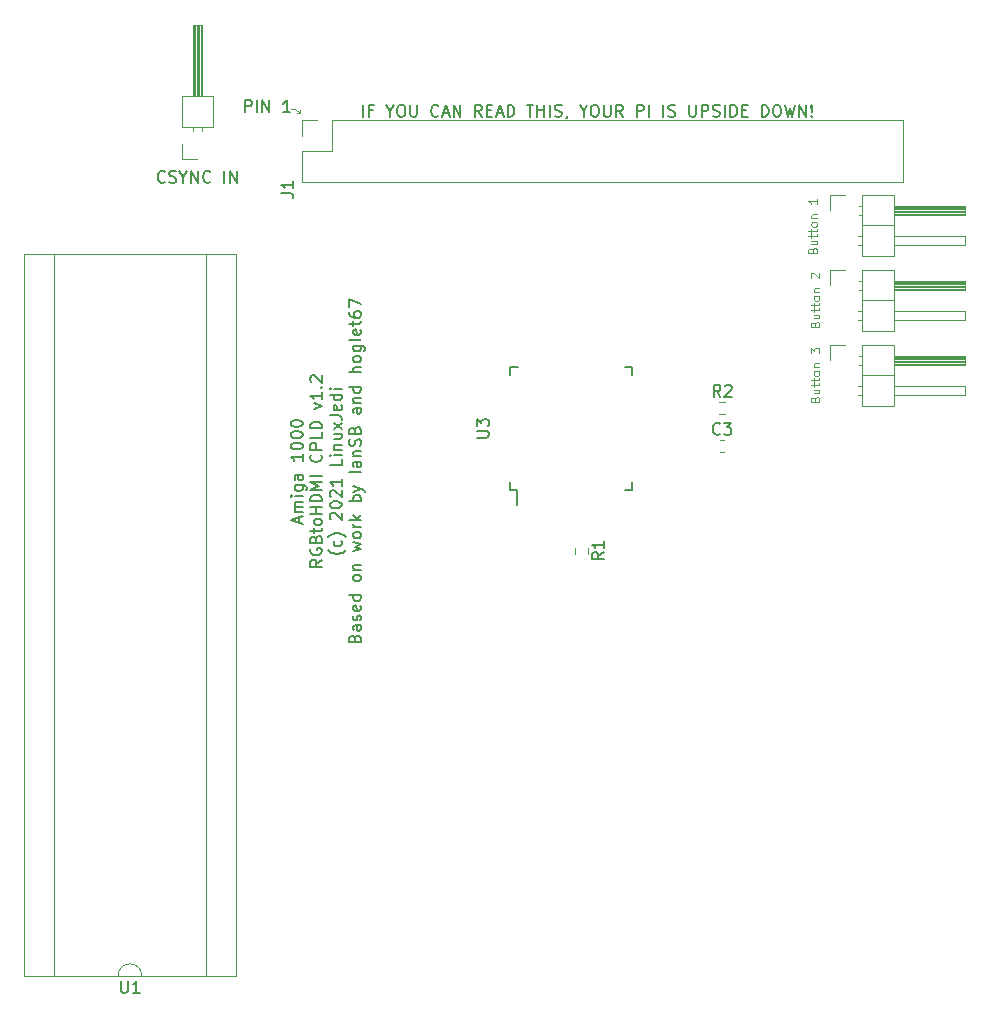
<source format=gbr>
%TF.GenerationSoftware,KiCad,Pcbnew,5.1.10-1.fc34*%
%TF.CreationDate,2021-06-03T08:00:43+01:00*%
%TF.ProjectId,A1000,41313030-302e-46b6-9963-61645f706362,rev?*%
%TF.SameCoordinates,Original*%
%TF.FileFunction,Legend,Top*%
%TF.FilePolarity,Positive*%
%FSLAX46Y46*%
G04 Gerber Fmt 4.6, Leading zero omitted, Abs format (unit mm)*
G04 Created by KiCad (PCBNEW 5.1.10-1.fc34) date 2021-06-03 08:00:43*
%MOMM*%
%LPD*%
G01*
G04 APERTURE LIST*
%ADD10C,0.150000*%
%ADD11C,0.120000*%
%ADD12C,0.100000*%
G04 APERTURE END LIST*
D10*
X99364000Y-57094380D02*
X99364000Y-56094380D01*
X100173523Y-56570571D02*
X99840190Y-56570571D01*
X99840190Y-57094380D02*
X99840190Y-56094380D01*
X100316380Y-56094380D01*
X101649714Y-56618190D02*
X101649714Y-57094380D01*
X101316380Y-56094380D02*
X101649714Y-56618190D01*
X101983047Y-56094380D01*
X102506857Y-56094380D02*
X102697333Y-56094380D01*
X102792571Y-56142000D01*
X102887809Y-56237238D01*
X102935428Y-56427714D01*
X102935428Y-56761047D01*
X102887809Y-56951523D01*
X102792571Y-57046761D01*
X102697333Y-57094380D01*
X102506857Y-57094380D01*
X102411619Y-57046761D01*
X102316380Y-56951523D01*
X102268761Y-56761047D01*
X102268761Y-56427714D01*
X102316380Y-56237238D01*
X102411619Y-56142000D01*
X102506857Y-56094380D01*
X103364000Y-56094380D02*
X103364000Y-56903904D01*
X103411619Y-56999142D01*
X103459238Y-57046761D01*
X103554476Y-57094380D01*
X103744952Y-57094380D01*
X103840190Y-57046761D01*
X103887809Y-56999142D01*
X103935428Y-56903904D01*
X103935428Y-56094380D01*
X105744952Y-56999142D02*
X105697333Y-57046761D01*
X105554476Y-57094380D01*
X105459238Y-57094380D01*
X105316380Y-57046761D01*
X105221142Y-56951523D01*
X105173523Y-56856285D01*
X105125904Y-56665809D01*
X105125904Y-56522952D01*
X105173523Y-56332476D01*
X105221142Y-56237238D01*
X105316380Y-56142000D01*
X105459238Y-56094380D01*
X105554476Y-56094380D01*
X105697333Y-56142000D01*
X105744952Y-56189619D01*
X106125904Y-56808666D02*
X106602095Y-56808666D01*
X106030666Y-57094380D02*
X106364000Y-56094380D01*
X106697333Y-57094380D01*
X107030666Y-57094380D02*
X107030666Y-56094380D01*
X107602095Y-57094380D01*
X107602095Y-56094380D01*
X109411619Y-57094380D02*
X109078285Y-56618190D01*
X108840190Y-57094380D02*
X108840190Y-56094380D01*
X109221142Y-56094380D01*
X109316380Y-56142000D01*
X109364000Y-56189619D01*
X109411619Y-56284857D01*
X109411619Y-56427714D01*
X109364000Y-56522952D01*
X109316380Y-56570571D01*
X109221142Y-56618190D01*
X108840190Y-56618190D01*
X109840190Y-56570571D02*
X110173523Y-56570571D01*
X110316380Y-57094380D02*
X109840190Y-57094380D01*
X109840190Y-56094380D01*
X110316380Y-56094380D01*
X110697333Y-56808666D02*
X111173523Y-56808666D01*
X110602095Y-57094380D02*
X110935428Y-56094380D01*
X111268761Y-57094380D01*
X111602095Y-57094380D02*
X111602095Y-56094380D01*
X111840190Y-56094380D01*
X111983047Y-56142000D01*
X112078285Y-56237238D01*
X112125904Y-56332476D01*
X112173523Y-56522952D01*
X112173523Y-56665809D01*
X112125904Y-56856285D01*
X112078285Y-56951523D01*
X111983047Y-57046761D01*
X111840190Y-57094380D01*
X111602095Y-57094380D01*
X113221142Y-56094380D02*
X113792571Y-56094380D01*
X113506857Y-57094380D02*
X113506857Y-56094380D01*
X114125904Y-57094380D02*
X114125904Y-56094380D01*
X114125904Y-56570571D02*
X114697333Y-56570571D01*
X114697333Y-57094380D02*
X114697333Y-56094380D01*
X115173523Y-57094380D02*
X115173523Y-56094380D01*
X115602095Y-57046761D02*
X115744952Y-57094380D01*
X115983047Y-57094380D01*
X116078285Y-57046761D01*
X116125904Y-56999142D01*
X116173523Y-56903904D01*
X116173523Y-56808666D01*
X116125904Y-56713428D01*
X116078285Y-56665809D01*
X115983047Y-56618190D01*
X115792571Y-56570571D01*
X115697333Y-56522952D01*
X115649714Y-56475333D01*
X115602095Y-56380095D01*
X115602095Y-56284857D01*
X115649714Y-56189619D01*
X115697333Y-56142000D01*
X115792571Y-56094380D01*
X116030666Y-56094380D01*
X116173523Y-56142000D01*
X116649714Y-57046761D02*
X116649714Y-57094380D01*
X116602095Y-57189619D01*
X116554476Y-57237238D01*
X118030666Y-56618190D02*
X118030666Y-57094380D01*
X117697333Y-56094380D02*
X118030666Y-56618190D01*
X118364000Y-56094380D01*
X118887809Y-56094380D02*
X119078285Y-56094380D01*
X119173523Y-56142000D01*
X119268761Y-56237238D01*
X119316380Y-56427714D01*
X119316380Y-56761047D01*
X119268761Y-56951523D01*
X119173523Y-57046761D01*
X119078285Y-57094380D01*
X118887809Y-57094380D01*
X118792571Y-57046761D01*
X118697333Y-56951523D01*
X118649714Y-56761047D01*
X118649714Y-56427714D01*
X118697333Y-56237238D01*
X118792571Y-56142000D01*
X118887809Y-56094380D01*
X119744952Y-56094380D02*
X119744952Y-56903904D01*
X119792571Y-56999142D01*
X119840190Y-57046761D01*
X119935428Y-57094380D01*
X120125904Y-57094380D01*
X120221142Y-57046761D01*
X120268761Y-56999142D01*
X120316380Y-56903904D01*
X120316380Y-56094380D01*
X121364000Y-57094380D02*
X121030666Y-56618190D01*
X120792571Y-57094380D02*
X120792571Y-56094380D01*
X121173523Y-56094380D01*
X121268761Y-56142000D01*
X121316380Y-56189619D01*
X121364000Y-56284857D01*
X121364000Y-56427714D01*
X121316380Y-56522952D01*
X121268761Y-56570571D01*
X121173523Y-56618190D01*
X120792571Y-56618190D01*
X122554476Y-57094380D02*
X122554476Y-56094380D01*
X122935428Y-56094380D01*
X123030666Y-56142000D01*
X123078285Y-56189619D01*
X123125904Y-56284857D01*
X123125904Y-56427714D01*
X123078285Y-56522952D01*
X123030666Y-56570571D01*
X122935428Y-56618190D01*
X122554476Y-56618190D01*
X123554476Y-57094380D02*
X123554476Y-56094380D01*
X124792571Y-57094380D02*
X124792571Y-56094380D01*
X125221142Y-57046761D02*
X125364000Y-57094380D01*
X125602095Y-57094380D01*
X125697333Y-57046761D01*
X125744952Y-56999142D01*
X125792571Y-56903904D01*
X125792571Y-56808666D01*
X125744952Y-56713428D01*
X125697333Y-56665809D01*
X125602095Y-56618190D01*
X125411619Y-56570571D01*
X125316380Y-56522952D01*
X125268761Y-56475333D01*
X125221142Y-56380095D01*
X125221142Y-56284857D01*
X125268761Y-56189619D01*
X125316380Y-56142000D01*
X125411619Y-56094380D01*
X125649714Y-56094380D01*
X125792571Y-56142000D01*
X126983047Y-56094380D02*
X126983047Y-56903904D01*
X127030666Y-56999142D01*
X127078285Y-57046761D01*
X127173523Y-57094380D01*
X127364000Y-57094380D01*
X127459238Y-57046761D01*
X127506857Y-56999142D01*
X127554476Y-56903904D01*
X127554476Y-56094380D01*
X128030666Y-57094380D02*
X128030666Y-56094380D01*
X128411619Y-56094380D01*
X128506857Y-56142000D01*
X128554476Y-56189619D01*
X128602095Y-56284857D01*
X128602095Y-56427714D01*
X128554476Y-56522952D01*
X128506857Y-56570571D01*
X128411619Y-56618190D01*
X128030666Y-56618190D01*
X128983047Y-57046761D02*
X129125904Y-57094380D01*
X129364000Y-57094380D01*
X129459238Y-57046761D01*
X129506857Y-56999142D01*
X129554476Y-56903904D01*
X129554476Y-56808666D01*
X129506857Y-56713428D01*
X129459238Y-56665809D01*
X129364000Y-56618190D01*
X129173523Y-56570571D01*
X129078285Y-56522952D01*
X129030666Y-56475333D01*
X128983047Y-56380095D01*
X128983047Y-56284857D01*
X129030666Y-56189619D01*
X129078285Y-56142000D01*
X129173523Y-56094380D01*
X129411619Y-56094380D01*
X129554476Y-56142000D01*
X129983047Y-57094380D02*
X129983047Y-56094380D01*
X130459238Y-57094380D02*
X130459238Y-56094380D01*
X130697333Y-56094380D01*
X130840190Y-56142000D01*
X130935428Y-56237238D01*
X130983047Y-56332476D01*
X131030666Y-56522952D01*
X131030666Y-56665809D01*
X130983047Y-56856285D01*
X130935428Y-56951523D01*
X130840190Y-57046761D01*
X130697333Y-57094380D01*
X130459238Y-57094380D01*
X131459238Y-56570571D02*
X131792571Y-56570571D01*
X131935428Y-57094380D02*
X131459238Y-57094380D01*
X131459238Y-56094380D01*
X131935428Y-56094380D01*
X133125904Y-57094380D02*
X133125904Y-56094380D01*
X133364000Y-56094380D01*
X133506857Y-56142000D01*
X133602095Y-56237238D01*
X133649714Y-56332476D01*
X133697333Y-56522952D01*
X133697333Y-56665809D01*
X133649714Y-56856285D01*
X133602095Y-56951523D01*
X133506857Y-57046761D01*
X133364000Y-57094380D01*
X133125904Y-57094380D01*
X134316380Y-56094380D02*
X134506857Y-56094380D01*
X134602095Y-56142000D01*
X134697333Y-56237238D01*
X134744952Y-56427714D01*
X134744952Y-56761047D01*
X134697333Y-56951523D01*
X134602095Y-57046761D01*
X134506857Y-57094380D01*
X134316380Y-57094380D01*
X134221142Y-57046761D01*
X134125904Y-56951523D01*
X134078285Y-56761047D01*
X134078285Y-56427714D01*
X134125904Y-56237238D01*
X134221142Y-56142000D01*
X134316380Y-56094380D01*
X135078285Y-56094380D02*
X135316380Y-57094380D01*
X135506857Y-56380095D01*
X135697333Y-57094380D01*
X135935428Y-56094380D01*
X136316380Y-57094380D02*
X136316380Y-56094380D01*
X136887809Y-57094380D01*
X136887809Y-56094380D01*
X137364000Y-56999142D02*
X137411619Y-57046761D01*
X137364000Y-57094380D01*
X137316380Y-57046761D01*
X137364000Y-56999142D01*
X137364000Y-57094380D01*
X137364000Y-56713428D02*
X137316380Y-56142000D01*
X137364000Y-56094380D01*
X137411619Y-56142000D01*
X137364000Y-56713428D01*
X137364000Y-56094380D01*
X93957666Y-91455333D02*
X93957666Y-90979142D01*
X94243380Y-91550571D02*
X93243380Y-91217238D01*
X94243380Y-90883904D01*
X94243380Y-90550571D02*
X93576714Y-90550571D01*
X93671952Y-90550571D02*
X93624333Y-90502952D01*
X93576714Y-90407714D01*
X93576714Y-90264857D01*
X93624333Y-90169619D01*
X93719571Y-90122000D01*
X94243380Y-90122000D01*
X93719571Y-90122000D02*
X93624333Y-90074380D01*
X93576714Y-89979142D01*
X93576714Y-89836285D01*
X93624333Y-89741047D01*
X93719571Y-89693428D01*
X94243380Y-89693428D01*
X94243380Y-89217238D02*
X93576714Y-89217238D01*
X93243380Y-89217238D02*
X93291000Y-89264857D01*
X93338619Y-89217238D01*
X93291000Y-89169619D01*
X93243380Y-89217238D01*
X93338619Y-89217238D01*
X93576714Y-88312476D02*
X94386238Y-88312476D01*
X94481476Y-88360095D01*
X94529095Y-88407714D01*
X94576714Y-88502952D01*
X94576714Y-88645809D01*
X94529095Y-88741047D01*
X94195761Y-88312476D02*
X94243380Y-88407714D01*
X94243380Y-88598190D01*
X94195761Y-88693428D01*
X94148142Y-88741047D01*
X94052904Y-88788666D01*
X93767190Y-88788666D01*
X93671952Y-88741047D01*
X93624333Y-88693428D01*
X93576714Y-88598190D01*
X93576714Y-88407714D01*
X93624333Y-88312476D01*
X94243380Y-87407714D02*
X93719571Y-87407714D01*
X93624333Y-87455333D01*
X93576714Y-87550571D01*
X93576714Y-87741047D01*
X93624333Y-87836285D01*
X94195761Y-87407714D02*
X94243380Y-87502952D01*
X94243380Y-87741047D01*
X94195761Y-87836285D01*
X94100523Y-87883904D01*
X94005285Y-87883904D01*
X93910047Y-87836285D01*
X93862428Y-87741047D01*
X93862428Y-87502952D01*
X93814809Y-87407714D01*
X94243380Y-85645809D02*
X94243380Y-86217238D01*
X94243380Y-85931523D02*
X93243380Y-85931523D01*
X93386238Y-86026761D01*
X93481476Y-86122000D01*
X93529095Y-86217238D01*
X93243380Y-85026761D02*
X93243380Y-84931523D01*
X93291000Y-84836285D01*
X93338619Y-84788666D01*
X93433857Y-84741047D01*
X93624333Y-84693428D01*
X93862428Y-84693428D01*
X94052904Y-84741047D01*
X94148142Y-84788666D01*
X94195761Y-84836285D01*
X94243380Y-84931523D01*
X94243380Y-85026761D01*
X94195761Y-85122000D01*
X94148142Y-85169619D01*
X94052904Y-85217238D01*
X93862428Y-85264857D01*
X93624333Y-85264857D01*
X93433857Y-85217238D01*
X93338619Y-85169619D01*
X93291000Y-85122000D01*
X93243380Y-85026761D01*
X93243380Y-84074380D02*
X93243380Y-83979142D01*
X93291000Y-83883904D01*
X93338619Y-83836285D01*
X93433857Y-83788666D01*
X93624333Y-83741047D01*
X93862428Y-83741047D01*
X94052904Y-83788666D01*
X94148142Y-83836285D01*
X94195761Y-83883904D01*
X94243380Y-83979142D01*
X94243380Y-84074380D01*
X94195761Y-84169619D01*
X94148142Y-84217238D01*
X94052904Y-84264857D01*
X93862428Y-84312476D01*
X93624333Y-84312476D01*
X93433857Y-84264857D01*
X93338619Y-84217238D01*
X93291000Y-84169619D01*
X93243380Y-84074380D01*
X93243380Y-83122000D02*
X93243380Y-83026761D01*
X93291000Y-82931523D01*
X93338619Y-82883904D01*
X93433857Y-82836285D01*
X93624333Y-82788666D01*
X93862428Y-82788666D01*
X94052904Y-82836285D01*
X94148142Y-82883904D01*
X94195761Y-82931523D01*
X94243380Y-83026761D01*
X94243380Y-83122000D01*
X94195761Y-83217238D01*
X94148142Y-83264857D01*
X94052904Y-83312476D01*
X93862428Y-83360095D01*
X93624333Y-83360095D01*
X93433857Y-83312476D01*
X93338619Y-83264857D01*
X93291000Y-83217238D01*
X93243380Y-83122000D01*
X95893380Y-94622000D02*
X95417190Y-94955333D01*
X95893380Y-95193428D02*
X94893380Y-95193428D01*
X94893380Y-94812476D01*
X94941000Y-94717238D01*
X94988619Y-94669619D01*
X95083857Y-94622000D01*
X95226714Y-94622000D01*
X95321952Y-94669619D01*
X95369571Y-94717238D01*
X95417190Y-94812476D01*
X95417190Y-95193428D01*
X94941000Y-93669619D02*
X94893380Y-93764857D01*
X94893380Y-93907714D01*
X94941000Y-94050571D01*
X95036238Y-94145809D01*
X95131476Y-94193428D01*
X95321952Y-94241047D01*
X95464809Y-94241047D01*
X95655285Y-94193428D01*
X95750523Y-94145809D01*
X95845761Y-94050571D01*
X95893380Y-93907714D01*
X95893380Y-93812476D01*
X95845761Y-93669619D01*
X95798142Y-93622000D01*
X95464809Y-93622000D01*
X95464809Y-93812476D01*
X95369571Y-92860095D02*
X95417190Y-92717238D01*
X95464809Y-92669619D01*
X95560047Y-92622000D01*
X95702904Y-92622000D01*
X95798142Y-92669619D01*
X95845761Y-92717238D01*
X95893380Y-92812476D01*
X95893380Y-93193428D01*
X94893380Y-93193428D01*
X94893380Y-92860095D01*
X94941000Y-92764857D01*
X94988619Y-92717238D01*
X95083857Y-92669619D01*
X95179095Y-92669619D01*
X95274333Y-92717238D01*
X95321952Y-92764857D01*
X95369571Y-92860095D01*
X95369571Y-93193428D01*
X95226714Y-92336285D02*
X95226714Y-91955333D01*
X94893380Y-92193428D02*
X95750523Y-92193428D01*
X95845761Y-92145809D01*
X95893380Y-92050571D01*
X95893380Y-91955333D01*
X95893380Y-91479142D02*
X95845761Y-91574380D01*
X95798142Y-91622000D01*
X95702904Y-91669619D01*
X95417190Y-91669619D01*
X95321952Y-91622000D01*
X95274333Y-91574380D01*
X95226714Y-91479142D01*
X95226714Y-91336285D01*
X95274333Y-91241047D01*
X95321952Y-91193428D01*
X95417190Y-91145809D01*
X95702904Y-91145809D01*
X95798142Y-91193428D01*
X95845761Y-91241047D01*
X95893380Y-91336285D01*
X95893380Y-91479142D01*
X95893380Y-90717238D02*
X94893380Y-90717238D01*
X95369571Y-90717238D02*
X95369571Y-90145809D01*
X95893380Y-90145809D02*
X94893380Y-90145809D01*
X95893380Y-89669619D02*
X94893380Y-89669619D01*
X94893380Y-89431523D01*
X94941000Y-89288666D01*
X95036238Y-89193428D01*
X95131476Y-89145809D01*
X95321952Y-89098190D01*
X95464809Y-89098190D01*
X95655285Y-89145809D01*
X95750523Y-89193428D01*
X95845761Y-89288666D01*
X95893380Y-89431523D01*
X95893380Y-89669619D01*
X95893380Y-88669619D02*
X94893380Y-88669619D01*
X95607666Y-88336285D01*
X94893380Y-88002952D01*
X95893380Y-88002952D01*
X95893380Y-87526761D02*
X94893380Y-87526761D01*
X95798142Y-85717238D02*
X95845761Y-85764857D01*
X95893380Y-85907714D01*
X95893380Y-86002952D01*
X95845761Y-86145809D01*
X95750523Y-86241047D01*
X95655285Y-86288666D01*
X95464809Y-86336285D01*
X95321952Y-86336285D01*
X95131476Y-86288666D01*
X95036238Y-86241047D01*
X94941000Y-86145809D01*
X94893380Y-86002952D01*
X94893380Y-85907714D01*
X94941000Y-85764857D01*
X94988619Y-85717238D01*
X95893380Y-85288666D02*
X94893380Y-85288666D01*
X94893380Y-84907714D01*
X94941000Y-84812476D01*
X94988619Y-84764857D01*
X95083857Y-84717238D01*
X95226714Y-84717238D01*
X95321952Y-84764857D01*
X95369571Y-84812476D01*
X95417190Y-84907714D01*
X95417190Y-85288666D01*
X95893380Y-83812476D02*
X95893380Y-84288666D01*
X94893380Y-84288666D01*
X95893380Y-83479142D02*
X94893380Y-83479142D01*
X94893380Y-83241047D01*
X94941000Y-83098190D01*
X95036238Y-83002952D01*
X95131476Y-82955333D01*
X95321952Y-82907714D01*
X95464809Y-82907714D01*
X95655285Y-82955333D01*
X95750523Y-83002952D01*
X95845761Y-83098190D01*
X95893380Y-83241047D01*
X95893380Y-83479142D01*
X95226714Y-81812476D02*
X95893380Y-81574380D01*
X95226714Y-81336285D01*
X95893380Y-80431523D02*
X95893380Y-81002952D01*
X95893380Y-80717238D02*
X94893380Y-80717238D01*
X95036238Y-80812476D01*
X95131476Y-80907714D01*
X95179095Y-81002952D01*
X95798142Y-80002952D02*
X95845761Y-79955333D01*
X95893380Y-80002952D01*
X95845761Y-80050571D01*
X95798142Y-80002952D01*
X95893380Y-80002952D01*
X94988619Y-79574380D02*
X94941000Y-79526761D01*
X94893380Y-79431523D01*
X94893380Y-79193428D01*
X94941000Y-79098190D01*
X94988619Y-79050571D01*
X95083857Y-79002952D01*
X95179095Y-79002952D01*
X95321952Y-79050571D01*
X95893380Y-79622000D01*
X95893380Y-79002952D01*
X97924333Y-93812476D02*
X97876714Y-93860095D01*
X97733857Y-93955333D01*
X97638619Y-94002952D01*
X97495761Y-94050571D01*
X97257666Y-94098190D01*
X97067190Y-94098190D01*
X96829095Y-94050571D01*
X96686238Y-94002952D01*
X96591000Y-93955333D01*
X96448142Y-93860095D01*
X96400523Y-93812476D01*
X97495761Y-93002952D02*
X97543380Y-93098190D01*
X97543380Y-93288666D01*
X97495761Y-93383904D01*
X97448142Y-93431523D01*
X97352904Y-93479142D01*
X97067190Y-93479142D01*
X96971952Y-93431523D01*
X96924333Y-93383904D01*
X96876714Y-93288666D01*
X96876714Y-93098190D01*
X96924333Y-93002952D01*
X97924333Y-92669619D02*
X97876714Y-92622000D01*
X97733857Y-92526761D01*
X97638619Y-92479142D01*
X97495761Y-92431523D01*
X97257666Y-92383904D01*
X97067190Y-92383904D01*
X96829095Y-92431523D01*
X96686238Y-92479142D01*
X96591000Y-92526761D01*
X96448142Y-92622000D01*
X96400523Y-92669619D01*
X96638619Y-91193428D02*
X96591000Y-91145809D01*
X96543380Y-91050571D01*
X96543380Y-90812476D01*
X96591000Y-90717238D01*
X96638619Y-90669619D01*
X96733857Y-90622000D01*
X96829095Y-90622000D01*
X96971952Y-90669619D01*
X97543380Y-91241047D01*
X97543380Y-90622000D01*
X96543380Y-90002952D02*
X96543380Y-89907714D01*
X96591000Y-89812476D01*
X96638619Y-89764857D01*
X96733857Y-89717238D01*
X96924333Y-89669619D01*
X97162428Y-89669619D01*
X97352904Y-89717238D01*
X97448142Y-89764857D01*
X97495761Y-89812476D01*
X97543380Y-89907714D01*
X97543380Y-90002952D01*
X97495761Y-90098190D01*
X97448142Y-90145809D01*
X97352904Y-90193428D01*
X97162428Y-90241047D01*
X96924333Y-90241047D01*
X96733857Y-90193428D01*
X96638619Y-90145809D01*
X96591000Y-90098190D01*
X96543380Y-90002952D01*
X96638619Y-89288666D02*
X96591000Y-89241047D01*
X96543380Y-89145809D01*
X96543380Y-88907714D01*
X96591000Y-88812476D01*
X96638619Y-88764857D01*
X96733857Y-88717238D01*
X96829095Y-88717238D01*
X96971952Y-88764857D01*
X97543380Y-89336285D01*
X97543380Y-88717238D01*
X97543380Y-87764857D02*
X97543380Y-88336285D01*
X97543380Y-88050571D02*
X96543380Y-88050571D01*
X96686238Y-88145809D01*
X96781476Y-88241047D01*
X96829095Y-88336285D01*
X97543380Y-86098190D02*
X97543380Y-86574380D01*
X96543380Y-86574380D01*
X97543380Y-85764857D02*
X96876714Y-85764857D01*
X96543380Y-85764857D02*
X96591000Y-85812476D01*
X96638619Y-85764857D01*
X96591000Y-85717238D01*
X96543380Y-85764857D01*
X96638619Y-85764857D01*
X96876714Y-85288666D02*
X97543380Y-85288666D01*
X96971952Y-85288666D02*
X96924333Y-85241047D01*
X96876714Y-85145809D01*
X96876714Y-85002952D01*
X96924333Y-84907714D01*
X97019571Y-84860095D01*
X97543380Y-84860095D01*
X96876714Y-83955333D02*
X97543380Y-83955333D01*
X96876714Y-84383904D02*
X97400523Y-84383904D01*
X97495761Y-84336285D01*
X97543380Y-84241047D01*
X97543380Y-84098190D01*
X97495761Y-84002952D01*
X97448142Y-83955333D01*
X97543380Y-83574380D02*
X96876714Y-83050571D01*
X96876714Y-83574380D02*
X97543380Y-83050571D01*
X96543380Y-82383904D02*
X97257666Y-82383904D01*
X97400523Y-82431523D01*
X97495761Y-82526761D01*
X97543380Y-82669619D01*
X97543380Y-82764857D01*
X97495761Y-81526761D02*
X97543380Y-81622000D01*
X97543380Y-81812476D01*
X97495761Y-81907714D01*
X97400523Y-81955333D01*
X97019571Y-81955333D01*
X96924333Y-81907714D01*
X96876714Y-81812476D01*
X96876714Y-81622000D01*
X96924333Y-81526761D01*
X97019571Y-81479142D01*
X97114809Y-81479142D01*
X97210047Y-81955333D01*
X97543380Y-80622000D02*
X96543380Y-80622000D01*
X97495761Y-80622000D02*
X97543380Y-80717238D01*
X97543380Y-80907714D01*
X97495761Y-81002952D01*
X97448142Y-81050571D01*
X97352904Y-81098190D01*
X97067190Y-81098190D01*
X96971952Y-81050571D01*
X96924333Y-81002952D01*
X96876714Y-80907714D01*
X96876714Y-80717238D01*
X96924333Y-80622000D01*
X97543380Y-80145809D02*
X96876714Y-80145809D01*
X96543380Y-80145809D02*
X96591000Y-80193428D01*
X96638619Y-80145809D01*
X96591000Y-80098190D01*
X96543380Y-80145809D01*
X96638619Y-80145809D01*
X98669571Y-101264857D02*
X98717190Y-101122000D01*
X98764809Y-101074380D01*
X98860047Y-101026761D01*
X99002904Y-101026761D01*
X99098142Y-101074380D01*
X99145761Y-101122000D01*
X99193380Y-101217238D01*
X99193380Y-101598190D01*
X98193380Y-101598190D01*
X98193380Y-101264857D01*
X98241000Y-101169619D01*
X98288619Y-101122000D01*
X98383857Y-101074380D01*
X98479095Y-101074380D01*
X98574333Y-101122000D01*
X98621952Y-101169619D01*
X98669571Y-101264857D01*
X98669571Y-101598190D01*
X99193380Y-100169619D02*
X98669571Y-100169619D01*
X98574333Y-100217238D01*
X98526714Y-100312476D01*
X98526714Y-100502952D01*
X98574333Y-100598190D01*
X99145761Y-100169619D02*
X99193380Y-100264857D01*
X99193380Y-100502952D01*
X99145761Y-100598190D01*
X99050523Y-100645809D01*
X98955285Y-100645809D01*
X98860047Y-100598190D01*
X98812428Y-100502952D01*
X98812428Y-100264857D01*
X98764809Y-100169619D01*
X99145761Y-99741047D02*
X99193380Y-99645809D01*
X99193380Y-99455333D01*
X99145761Y-99360095D01*
X99050523Y-99312476D01*
X99002904Y-99312476D01*
X98907666Y-99360095D01*
X98860047Y-99455333D01*
X98860047Y-99598190D01*
X98812428Y-99693428D01*
X98717190Y-99741047D01*
X98669571Y-99741047D01*
X98574333Y-99693428D01*
X98526714Y-99598190D01*
X98526714Y-99455333D01*
X98574333Y-99360095D01*
X99145761Y-98502952D02*
X99193380Y-98598190D01*
X99193380Y-98788666D01*
X99145761Y-98883904D01*
X99050523Y-98931523D01*
X98669571Y-98931523D01*
X98574333Y-98883904D01*
X98526714Y-98788666D01*
X98526714Y-98598190D01*
X98574333Y-98502952D01*
X98669571Y-98455333D01*
X98764809Y-98455333D01*
X98860047Y-98931523D01*
X99193380Y-97598190D02*
X98193380Y-97598190D01*
X99145761Y-97598190D02*
X99193380Y-97693428D01*
X99193380Y-97883904D01*
X99145761Y-97979142D01*
X99098142Y-98026761D01*
X99002904Y-98074380D01*
X98717190Y-98074380D01*
X98621952Y-98026761D01*
X98574333Y-97979142D01*
X98526714Y-97883904D01*
X98526714Y-97693428D01*
X98574333Y-97598190D01*
X99193380Y-96217238D02*
X99145761Y-96312476D01*
X99098142Y-96360095D01*
X99002904Y-96407714D01*
X98717190Y-96407714D01*
X98621952Y-96360095D01*
X98574333Y-96312476D01*
X98526714Y-96217238D01*
X98526714Y-96074380D01*
X98574333Y-95979142D01*
X98621952Y-95931523D01*
X98717190Y-95883904D01*
X99002904Y-95883904D01*
X99098142Y-95931523D01*
X99145761Y-95979142D01*
X99193380Y-96074380D01*
X99193380Y-96217238D01*
X98526714Y-95455333D02*
X99193380Y-95455333D01*
X98621952Y-95455333D02*
X98574333Y-95407714D01*
X98526714Y-95312476D01*
X98526714Y-95169619D01*
X98574333Y-95074380D01*
X98669571Y-95026761D01*
X99193380Y-95026761D01*
X98526714Y-93883904D02*
X99193380Y-93693428D01*
X98717190Y-93502952D01*
X99193380Y-93312476D01*
X98526714Y-93122000D01*
X99193380Y-92598190D02*
X99145761Y-92693428D01*
X99098142Y-92741047D01*
X99002904Y-92788666D01*
X98717190Y-92788666D01*
X98621952Y-92741047D01*
X98574333Y-92693428D01*
X98526714Y-92598190D01*
X98526714Y-92455333D01*
X98574333Y-92360095D01*
X98621952Y-92312476D01*
X98717190Y-92264857D01*
X99002904Y-92264857D01*
X99098142Y-92312476D01*
X99145761Y-92360095D01*
X99193380Y-92455333D01*
X99193380Y-92598190D01*
X99193380Y-91836285D02*
X98526714Y-91836285D01*
X98717190Y-91836285D02*
X98621952Y-91788666D01*
X98574333Y-91741047D01*
X98526714Y-91645809D01*
X98526714Y-91550571D01*
X99193380Y-91217238D02*
X98193380Y-91217238D01*
X98812428Y-91122000D02*
X99193380Y-90836285D01*
X98526714Y-90836285D02*
X98907666Y-91217238D01*
X99193380Y-89645809D02*
X98193380Y-89645809D01*
X98574333Y-89645809D02*
X98526714Y-89550571D01*
X98526714Y-89360095D01*
X98574333Y-89264857D01*
X98621952Y-89217238D01*
X98717190Y-89169619D01*
X99002904Y-89169619D01*
X99098142Y-89217238D01*
X99145761Y-89264857D01*
X99193380Y-89360095D01*
X99193380Y-89550571D01*
X99145761Y-89645809D01*
X98526714Y-88836285D02*
X99193380Y-88598190D01*
X98526714Y-88360095D02*
X99193380Y-88598190D01*
X99431476Y-88693428D01*
X99479095Y-88741047D01*
X99526714Y-88836285D01*
X99193380Y-87217238D02*
X98193380Y-87217238D01*
X99193380Y-86312476D02*
X98669571Y-86312476D01*
X98574333Y-86360095D01*
X98526714Y-86455333D01*
X98526714Y-86645809D01*
X98574333Y-86741047D01*
X99145761Y-86312476D02*
X99193380Y-86407714D01*
X99193380Y-86645809D01*
X99145761Y-86741047D01*
X99050523Y-86788666D01*
X98955285Y-86788666D01*
X98860047Y-86741047D01*
X98812428Y-86645809D01*
X98812428Y-86407714D01*
X98764809Y-86312476D01*
X98526714Y-85836285D02*
X99193380Y-85836285D01*
X98621952Y-85836285D02*
X98574333Y-85788666D01*
X98526714Y-85693428D01*
X98526714Y-85550571D01*
X98574333Y-85455333D01*
X98669571Y-85407714D01*
X99193380Y-85407714D01*
X99145761Y-84979142D02*
X99193380Y-84836285D01*
X99193380Y-84598190D01*
X99145761Y-84502952D01*
X99098142Y-84455333D01*
X99002904Y-84407714D01*
X98907666Y-84407714D01*
X98812428Y-84455333D01*
X98764809Y-84502952D01*
X98717190Y-84598190D01*
X98669571Y-84788666D01*
X98621952Y-84883904D01*
X98574333Y-84931523D01*
X98479095Y-84979142D01*
X98383857Y-84979142D01*
X98288619Y-84931523D01*
X98241000Y-84883904D01*
X98193380Y-84788666D01*
X98193380Y-84550571D01*
X98241000Y-84407714D01*
X98669571Y-83645809D02*
X98717190Y-83502952D01*
X98764809Y-83455333D01*
X98860047Y-83407714D01*
X99002904Y-83407714D01*
X99098142Y-83455333D01*
X99145761Y-83502952D01*
X99193380Y-83598190D01*
X99193380Y-83979142D01*
X98193380Y-83979142D01*
X98193380Y-83645809D01*
X98241000Y-83550571D01*
X98288619Y-83502952D01*
X98383857Y-83455333D01*
X98479095Y-83455333D01*
X98574333Y-83502952D01*
X98621952Y-83550571D01*
X98669571Y-83645809D01*
X98669571Y-83979142D01*
X99193380Y-81788666D02*
X98669571Y-81788666D01*
X98574333Y-81836285D01*
X98526714Y-81931523D01*
X98526714Y-82122000D01*
X98574333Y-82217238D01*
X99145761Y-81788666D02*
X99193380Y-81883904D01*
X99193380Y-82122000D01*
X99145761Y-82217238D01*
X99050523Y-82264857D01*
X98955285Y-82264857D01*
X98860047Y-82217238D01*
X98812428Y-82122000D01*
X98812428Y-81883904D01*
X98764809Y-81788666D01*
X98526714Y-81312476D02*
X99193380Y-81312476D01*
X98621952Y-81312476D02*
X98574333Y-81264857D01*
X98526714Y-81169619D01*
X98526714Y-81026761D01*
X98574333Y-80931523D01*
X98669571Y-80883904D01*
X99193380Y-80883904D01*
X99193380Y-79979142D02*
X98193380Y-79979142D01*
X99145761Y-79979142D02*
X99193380Y-80074380D01*
X99193380Y-80264857D01*
X99145761Y-80360095D01*
X99098142Y-80407714D01*
X99002904Y-80455333D01*
X98717190Y-80455333D01*
X98621952Y-80407714D01*
X98574333Y-80360095D01*
X98526714Y-80264857D01*
X98526714Y-80074380D01*
X98574333Y-79979142D01*
X99193380Y-78741047D02*
X98193380Y-78741047D01*
X99193380Y-78312476D02*
X98669571Y-78312476D01*
X98574333Y-78360095D01*
X98526714Y-78455333D01*
X98526714Y-78598190D01*
X98574333Y-78693428D01*
X98621952Y-78741047D01*
X99193380Y-77693428D02*
X99145761Y-77788666D01*
X99098142Y-77836285D01*
X99002904Y-77883904D01*
X98717190Y-77883904D01*
X98621952Y-77836285D01*
X98574333Y-77788666D01*
X98526714Y-77693428D01*
X98526714Y-77550571D01*
X98574333Y-77455333D01*
X98621952Y-77407714D01*
X98717190Y-77360095D01*
X99002904Y-77360095D01*
X99098142Y-77407714D01*
X99145761Y-77455333D01*
X99193380Y-77550571D01*
X99193380Y-77693428D01*
X98526714Y-76502952D02*
X99336238Y-76502952D01*
X99431476Y-76550571D01*
X99479095Y-76598190D01*
X99526714Y-76693428D01*
X99526714Y-76836285D01*
X99479095Y-76931523D01*
X99145761Y-76502952D02*
X99193380Y-76598190D01*
X99193380Y-76788666D01*
X99145761Y-76883904D01*
X99098142Y-76931523D01*
X99002904Y-76979142D01*
X98717190Y-76979142D01*
X98621952Y-76931523D01*
X98574333Y-76883904D01*
X98526714Y-76788666D01*
X98526714Y-76598190D01*
X98574333Y-76502952D01*
X99193380Y-75883904D02*
X99145761Y-75979142D01*
X99050523Y-76026761D01*
X98193380Y-76026761D01*
X99145761Y-75122000D02*
X99193380Y-75217238D01*
X99193380Y-75407714D01*
X99145761Y-75502952D01*
X99050523Y-75550571D01*
X98669571Y-75550571D01*
X98574333Y-75502952D01*
X98526714Y-75407714D01*
X98526714Y-75217238D01*
X98574333Y-75122000D01*
X98669571Y-75074380D01*
X98764809Y-75074380D01*
X98860047Y-75550571D01*
X98526714Y-74788666D02*
X98526714Y-74407714D01*
X98193380Y-74645809D02*
X99050523Y-74645809D01*
X99145761Y-74598190D01*
X99193380Y-74502952D01*
X99193380Y-74407714D01*
X98193380Y-73645809D02*
X98193380Y-73836285D01*
X98241000Y-73931523D01*
X98288619Y-73979142D01*
X98431476Y-74074380D01*
X98621952Y-74122000D01*
X99002904Y-74122000D01*
X99098142Y-74074380D01*
X99145761Y-74026761D01*
X99193380Y-73931523D01*
X99193380Y-73741047D01*
X99145761Y-73645809D01*
X99098142Y-73598190D01*
X99002904Y-73550571D01*
X98764809Y-73550571D01*
X98669571Y-73598190D01*
X98621952Y-73645809D01*
X98574333Y-73741047D01*
X98574333Y-73931523D01*
X98621952Y-74026761D01*
X98669571Y-74074380D01*
X98764809Y-74122000D01*
X98193380Y-73217238D02*
X98193380Y-72550571D01*
X99193380Y-72979142D01*
D11*
X94000000Y-56750000D02*
X93750000Y-56750000D01*
X94000000Y-56750000D02*
X94000000Y-56500000D01*
X93250000Y-56439340D02*
G75*
G02*
X94000000Y-56750000I0J-1060660D01*
G01*
D10*
X89369047Y-56702380D02*
X89369047Y-55702380D01*
X89750000Y-55702380D01*
X89845238Y-55750000D01*
X89892857Y-55797619D01*
X89940476Y-55892857D01*
X89940476Y-56035714D01*
X89892857Y-56130952D01*
X89845238Y-56178571D01*
X89750000Y-56226190D01*
X89369047Y-56226190D01*
X90369047Y-56702380D02*
X90369047Y-55702380D01*
X90845238Y-56702380D02*
X90845238Y-55702380D01*
X91416666Y-56702380D01*
X91416666Y-55702380D01*
X93178571Y-56702380D02*
X92607142Y-56702380D01*
X92892857Y-56702380D02*
X92892857Y-55702380D01*
X92797619Y-55845238D01*
X92702380Y-55940476D01*
X92607142Y-55988095D01*
D11*
%TO.C,R1*%
X117333500Y-93574776D02*
X117333500Y-94084224D01*
X118378500Y-93574776D02*
X118378500Y-94084224D01*
%TO.C,JP3*%
X138938000Y-76454000D02*
X140208000Y-76454000D01*
X138938000Y-77724000D02*
X138938000Y-76454000D01*
X141250929Y-80644000D02*
X141648000Y-80644000D01*
X141250929Y-79884000D02*
X141648000Y-79884000D01*
X150308000Y-80644000D02*
X144308000Y-80644000D01*
X150308000Y-79884000D02*
X150308000Y-80644000D01*
X144308000Y-79884000D02*
X150308000Y-79884000D01*
X141648000Y-78994000D02*
X144308000Y-78994000D01*
X141318000Y-78104000D02*
X141648000Y-78104000D01*
X141318000Y-77344000D02*
X141648000Y-77344000D01*
X144308000Y-78004000D02*
X150308000Y-78004000D01*
X144308000Y-77884000D02*
X150308000Y-77884000D01*
X144308000Y-77764000D02*
X150308000Y-77764000D01*
X144308000Y-77644000D02*
X150308000Y-77644000D01*
X144308000Y-77524000D02*
X150308000Y-77524000D01*
X144308000Y-77404000D02*
X150308000Y-77404000D01*
X150308000Y-78104000D02*
X144308000Y-78104000D01*
X150308000Y-77344000D02*
X150308000Y-78104000D01*
X144308000Y-77344000D02*
X150308000Y-77344000D01*
X144308000Y-76394000D02*
X141648000Y-76394000D01*
X144308000Y-81594000D02*
X144308000Y-76394000D01*
X141648000Y-81594000D02*
X144308000Y-81594000D01*
X141648000Y-76394000D02*
X141648000Y-81594000D01*
%TO.C,JP2*%
X138938000Y-70104000D02*
X140208000Y-70104000D01*
X138938000Y-71374000D02*
X138938000Y-70104000D01*
X141250929Y-74294000D02*
X141648000Y-74294000D01*
X141250929Y-73534000D02*
X141648000Y-73534000D01*
X150308000Y-74294000D02*
X144308000Y-74294000D01*
X150308000Y-73534000D02*
X150308000Y-74294000D01*
X144308000Y-73534000D02*
X150308000Y-73534000D01*
X141648000Y-72644000D02*
X144308000Y-72644000D01*
X141318000Y-71754000D02*
X141648000Y-71754000D01*
X141318000Y-70994000D02*
X141648000Y-70994000D01*
X144308000Y-71654000D02*
X150308000Y-71654000D01*
X144308000Y-71534000D02*
X150308000Y-71534000D01*
X144308000Y-71414000D02*
X150308000Y-71414000D01*
X144308000Y-71294000D02*
X150308000Y-71294000D01*
X144308000Y-71174000D02*
X150308000Y-71174000D01*
X144308000Y-71054000D02*
X150308000Y-71054000D01*
X150308000Y-71754000D02*
X144308000Y-71754000D01*
X150308000Y-70994000D02*
X150308000Y-71754000D01*
X144308000Y-70994000D02*
X150308000Y-70994000D01*
X144308000Y-70044000D02*
X141648000Y-70044000D01*
X144308000Y-75244000D02*
X144308000Y-70044000D01*
X141648000Y-75244000D02*
X144308000Y-75244000D01*
X141648000Y-70044000D02*
X141648000Y-75244000D01*
%TO.C,J2*%
X84074000Y-60706000D02*
X84074000Y-59436000D01*
X85344000Y-60706000D02*
X84074000Y-60706000D01*
X85724000Y-58326000D02*
X85724000Y-57996000D01*
X84964000Y-58326000D02*
X84964000Y-57996000D01*
X85624000Y-55336000D02*
X85624000Y-49336000D01*
X85504000Y-55336000D02*
X85504000Y-49336000D01*
X85384000Y-55336000D02*
X85384000Y-49336000D01*
X85264000Y-55336000D02*
X85264000Y-49336000D01*
X85144000Y-55336000D02*
X85144000Y-49336000D01*
X85024000Y-55336000D02*
X85024000Y-49336000D01*
X85724000Y-49336000D02*
X85724000Y-55336000D01*
X84964000Y-49336000D02*
X85724000Y-49336000D01*
X84964000Y-55336000D02*
X84964000Y-49336000D01*
X84014000Y-55336000D02*
X84014000Y-57996000D01*
X86674000Y-55336000D02*
X84014000Y-55336000D01*
X86674000Y-57996000D02*
X86674000Y-55336000D01*
X84014000Y-57996000D02*
X86674000Y-57996000D01*
%TO.C,JP1*%
X141648000Y-63694000D02*
X141648000Y-68894000D01*
X141648000Y-68894000D02*
X144308000Y-68894000D01*
X144308000Y-68894000D02*
X144308000Y-63694000D01*
X144308000Y-63694000D02*
X141648000Y-63694000D01*
X144308000Y-64644000D02*
X150308000Y-64644000D01*
X150308000Y-64644000D02*
X150308000Y-65404000D01*
X150308000Y-65404000D02*
X144308000Y-65404000D01*
X144308000Y-64704000D02*
X150308000Y-64704000D01*
X144308000Y-64824000D02*
X150308000Y-64824000D01*
X144308000Y-64944000D02*
X150308000Y-64944000D01*
X144308000Y-65064000D02*
X150308000Y-65064000D01*
X144308000Y-65184000D02*
X150308000Y-65184000D01*
X144308000Y-65304000D02*
X150308000Y-65304000D01*
X141318000Y-64644000D02*
X141648000Y-64644000D01*
X141318000Y-65404000D02*
X141648000Y-65404000D01*
X141648000Y-66294000D02*
X144308000Y-66294000D01*
X144308000Y-67184000D02*
X150308000Y-67184000D01*
X150308000Y-67184000D02*
X150308000Y-67944000D01*
X150308000Y-67944000D02*
X144308000Y-67944000D01*
X141250929Y-67184000D02*
X141648000Y-67184000D01*
X141250929Y-67944000D02*
X141648000Y-67944000D01*
X138938000Y-65024000D02*
X138938000Y-63754000D01*
X138938000Y-63754000D02*
X140208000Y-63754000D01*
D10*
%TO.C,U3*%
X111825000Y-88675000D02*
X112400000Y-88675000D01*
X111825000Y-78325000D02*
X112500000Y-78325000D01*
X122175000Y-78325000D02*
X121500000Y-78325000D01*
X122175000Y-88675000D02*
X121500000Y-88675000D01*
X111825000Y-88675000D02*
X111825000Y-88000000D01*
X122175000Y-88675000D02*
X122175000Y-88000000D01*
X122175000Y-78325000D02*
X122175000Y-79000000D01*
X111825000Y-78325000D02*
X111825000Y-79000000D01*
X112400000Y-88675000D02*
X112400000Y-89950000D01*
D11*
%TO.C,U1*%
X80630000Y-129830000D02*
X86090000Y-129830000D01*
X86090000Y-129830000D02*
X86090000Y-68750000D01*
X86090000Y-68750000D02*
X73170000Y-68750000D01*
X73170000Y-68750000D02*
X73170000Y-129830000D01*
X73170000Y-129830000D02*
X78630000Y-129830000D01*
X88580000Y-129890000D02*
X88580000Y-68690000D01*
X88580000Y-68690000D02*
X70680000Y-68690000D01*
X70680000Y-68690000D02*
X70680000Y-129890000D01*
X70680000Y-129890000D02*
X88580000Y-129890000D01*
X78630000Y-129830000D02*
G75*
G02*
X80630000Y-129830000I1000000J0D01*
G01*
%TO.C,R2*%
X129539276Y-81265500D02*
X130048724Y-81265500D01*
X129539276Y-82310500D02*
X130048724Y-82310500D01*
%TO.C,J1*%
X94170000Y-62620000D02*
X94170000Y-60020000D01*
X94170000Y-62620000D02*
X145090000Y-62620000D01*
X145090000Y-62620000D02*
X145090000Y-57420000D01*
X96770000Y-57420000D02*
X145090000Y-57420000D01*
X96770000Y-60020000D02*
X96770000Y-57420000D01*
X94170000Y-60020000D02*
X96770000Y-60020000D01*
X94170000Y-57420000D02*
X95500000Y-57420000D01*
X94170000Y-58750000D02*
X94170000Y-57420000D01*
%TO.C,C3*%
X129603733Y-84490000D02*
X129896267Y-84490000D01*
X129603733Y-85510000D02*
X129896267Y-85510000D01*
%TO.C,R1*%
D10*
X119738380Y-93996166D02*
X119262190Y-94329500D01*
X119738380Y-94567595D02*
X118738380Y-94567595D01*
X118738380Y-94186642D01*
X118786000Y-94091404D01*
X118833619Y-94043785D01*
X118928857Y-93996166D01*
X119071714Y-93996166D01*
X119166952Y-94043785D01*
X119214571Y-94091404D01*
X119262190Y-94186642D01*
X119262190Y-94567595D01*
X119738380Y-93043785D02*
X119738380Y-93615214D01*
X119738380Y-93329500D02*
X118738380Y-93329500D01*
X118881238Y-93424738D01*
X118976476Y-93519976D01*
X119024095Y-93615214D01*
%TO.C,JP3*%
D12*
X137614428Y-81029714D02*
X137650142Y-80922571D01*
X137685857Y-80886857D01*
X137757285Y-80851142D01*
X137864428Y-80851142D01*
X137935857Y-80886857D01*
X137971571Y-80922571D01*
X138007285Y-80994000D01*
X138007285Y-81279714D01*
X137257285Y-81279714D01*
X137257285Y-81029714D01*
X137293000Y-80958285D01*
X137328714Y-80922571D01*
X137400142Y-80886857D01*
X137471571Y-80886857D01*
X137543000Y-80922571D01*
X137578714Y-80958285D01*
X137614428Y-81029714D01*
X137614428Y-81279714D01*
X137507285Y-80208285D02*
X138007285Y-80208285D01*
X137507285Y-80529714D02*
X137900142Y-80529714D01*
X137971571Y-80494000D01*
X138007285Y-80422571D01*
X138007285Y-80315428D01*
X137971571Y-80244000D01*
X137935857Y-80208285D01*
X137507285Y-79958285D02*
X137507285Y-79672571D01*
X137257285Y-79851142D02*
X137900142Y-79851142D01*
X137971571Y-79815428D01*
X138007285Y-79744000D01*
X138007285Y-79672571D01*
X137507285Y-79529714D02*
X137507285Y-79244000D01*
X137257285Y-79422571D02*
X137900142Y-79422571D01*
X137971571Y-79386857D01*
X138007285Y-79315428D01*
X138007285Y-79244000D01*
X138007285Y-78886857D02*
X137971571Y-78958285D01*
X137935857Y-78994000D01*
X137864428Y-79029714D01*
X137650142Y-79029714D01*
X137578714Y-78994000D01*
X137543000Y-78958285D01*
X137507285Y-78886857D01*
X137507285Y-78779714D01*
X137543000Y-78708285D01*
X137578714Y-78672571D01*
X137650142Y-78636857D01*
X137864428Y-78636857D01*
X137935857Y-78672571D01*
X137971571Y-78708285D01*
X138007285Y-78779714D01*
X138007285Y-78886857D01*
X137507285Y-78315428D02*
X138007285Y-78315428D01*
X137578714Y-78315428D02*
X137543000Y-78279714D01*
X137507285Y-78208285D01*
X137507285Y-78101142D01*
X137543000Y-78029714D01*
X137614428Y-77994000D01*
X138007285Y-77994000D01*
X137257285Y-77136857D02*
X137257285Y-76672571D01*
X137543000Y-76922571D01*
X137543000Y-76815428D01*
X137578714Y-76744000D01*
X137614428Y-76708285D01*
X137685857Y-76672571D01*
X137864428Y-76672571D01*
X137935857Y-76708285D01*
X137971571Y-76744000D01*
X138007285Y-76815428D01*
X138007285Y-77029714D01*
X137971571Y-77101142D01*
X137935857Y-77136857D01*
%TO.C,JP2*%
X137614428Y-74679714D02*
X137650142Y-74572571D01*
X137685857Y-74536857D01*
X137757285Y-74501142D01*
X137864428Y-74501142D01*
X137935857Y-74536857D01*
X137971571Y-74572571D01*
X138007285Y-74644000D01*
X138007285Y-74929714D01*
X137257285Y-74929714D01*
X137257285Y-74679714D01*
X137293000Y-74608285D01*
X137328714Y-74572571D01*
X137400142Y-74536857D01*
X137471571Y-74536857D01*
X137543000Y-74572571D01*
X137578714Y-74608285D01*
X137614428Y-74679714D01*
X137614428Y-74929714D01*
X137507285Y-73858285D02*
X138007285Y-73858285D01*
X137507285Y-74179714D02*
X137900142Y-74179714D01*
X137971571Y-74144000D01*
X138007285Y-74072571D01*
X138007285Y-73965428D01*
X137971571Y-73894000D01*
X137935857Y-73858285D01*
X137507285Y-73608285D02*
X137507285Y-73322571D01*
X137257285Y-73501142D02*
X137900142Y-73501142D01*
X137971571Y-73465428D01*
X138007285Y-73394000D01*
X138007285Y-73322571D01*
X137507285Y-73179714D02*
X137507285Y-72894000D01*
X137257285Y-73072571D02*
X137900142Y-73072571D01*
X137971571Y-73036857D01*
X138007285Y-72965428D01*
X138007285Y-72894000D01*
X138007285Y-72536857D02*
X137971571Y-72608285D01*
X137935857Y-72644000D01*
X137864428Y-72679714D01*
X137650142Y-72679714D01*
X137578714Y-72644000D01*
X137543000Y-72608285D01*
X137507285Y-72536857D01*
X137507285Y-72429714D01*
X137543000Y-72358285D01*
X137578714Y-72322571D01*
X137650142Y-72286857D01*
X137864428Y-72286857D01*
X137935857Y-72322571D01*
X137971571Y-72358285D01*
X138007285Y-72429714D01*
X138007285Y-72536857D01*
X137507285Y-71965428D02*
X138007285Y-71965428D01*
X137578714Y-71965428D02*
X137543000Y-71929714D01*
X137507285Y-71858285D01*
X137507285Y-71751142D01*
X137543000Y-71679714D01*
X137614428Y-71644000D01*
X138007285Y-71644000D01*
X137328714Y-70751142D02*
X137293000Y-70715428D01*
X137257285Y-70644000D01*
X137257285Y-70465428D01*
X137293000Y-70394000D01*
X137328714Y-70358285D01*
X137400142Y-70322571D01*
X137471571Y-70322571D01*
X137578714Y-70358285D01*
X138007285Y-70786857D01*
X138007285Y-70322571D01*
%TO.C,J2*%
D10*
X82582095Y-62587142D02*
X82534476Y-62634761D01*
X82391619Y-62682380D01*
X82296380Y-62682380D01*
X82153523Y-62634761D01*
X82058285Y-62539523D01*
X82010666Y-62444285D01*
X81963047Y-62253809D01*
X81963047Y-62110952D01*
X82010666Y-61920476D01*
X82058285Y-61825238D01*
X82153523Y-61730000D01*
X82296380Y-61682380D01*
X82391619Y-61682380D01*
X82534476Y-61730000D01*
X82582095Y-61777619D01*
X82963047Y-62634761D02*
X83105904Y-62682380D01*
X83344000Y-62682380D01*
X83439238Y-62634761D01*
X83486857Y-62587142D01*
X83534476Y-62491904D01*
X83534476Y-62396666D01*
X83486857Y-62301428D01*
X83439238Y-62253809D01*
X83344000Y-62206190D01*
X83153523Y-62158571D01*
X83058285Y-62110952D01*
X83010666Y-62063333D01*
X82963047Y-61968095D01*
X82963047Y-61872857D01*
X83010666Y-61777619D01*
X83058285Y-61730000D01*
X83153523Y-61682380D01*
X83391619Y-61682380D01*
X83534476Y-61730000D01*
X84153523Y-62206190D02*
X84153523Y-62682380D01*
X83820190Y-61682380D02*
X84153523Y-62206190D01*
X84486857Y-61682380D01*
X84820190Y-62682380D02*
X84820190Y-61682380D01*
X85391619Y-62682380D01*
X85391619Y-61682380D01*
X86439238Y-62587142D02*
X86391619Y-62634761D01*
X86248761Y-62682380D01*
X86153523Y-62682380D01*
X86010666Y-62634761D01*
X85915428Y-62539523D01*
X85867809Y-62444285D01*
X85820190Y-62253809D01*
X85820190Y-62110952D01*
X85867809Y-61920476D01*
X85915428Y-61825238D01*
X86010666Y-61730000D01*
X86153523Y-61682380D01*
X86248761Y-61682380D01*
X86391619Y-61730000D01*
X86439238Y-61777619D01*
X87629714Y-62682380D02*
X87629714Y-61682380D01*
X88105904Y-62682380D02*
X88105904Y-61682380D01*
X88677333Y-62682380D01*
X88677333Y-61682380D01*
%TO.C,JP1*%
D12*
X137432428Y-68411714D02*
X137468142Y-68304571D01*
X137503857Y-68268857D01*
X137575285Y-68233142D01*
X137682428Y-68233142D01*
X137753857Y-68268857D01*
X137789571Y-68304571D01*
X137825285Y-68376000D01*
X137825285Y-68661714D01*
X137075285Y-68661714D01*
X137075285Y-68411714D01*
X137111000Y-68340285D01*
X137146714Y-68304571D01*
X137218142Y-68268857D01*
X137289571Y-68268857D01*
X137361000Y-68304571D01*
X137396714Y-68340285D01*
X137432428Y-68411714D01*
X137432428Y-68661714D01*
X137325285Y-67590285D02*
X137825285Y-67590285D01*
X137325285Y-67911714D02*
X137718142Y-67911714D01*
X137789571Y-67876000D01*
X137825285Y-67804571D01*
X137825285Y-67697428D01*
X137789571Y-67626000D01*
X137753857Y-67590285D01*
X137325285Y-67340285D02*
X137325285Y-67054571D01*
X137075285Y-67233142D02*
X137718142Y-67233142D01*
X137789571Y-67197428D01*
X137825285Y-67126000D01*
X137825285Y-67054571D01*
X137325285Y-66911714D02*
X137325285Y-66626000D01*
X137075285Y-66804571D02*
X137718142Y-66804571D01*
X137789571Y-66768857D01*
X137825285Y-66697428D01*
X137825285Y-66626000D01*
X137825285Y-66268857D02*
X137789571Y-66340285D01*
X137753857Y-66376000D01*
X137682428Y-66411714D01*
X137468142Y-66411714D01*
X137396714Y-66376000D01*
X137361000Y-66340285D01*
X137325285Y-66268857D01*
X137325285Y-66161714D01*
X137361000Y-66090285D01*
X137396714Y-66054571D01*
X137468142Y-66018857D01*
X137682428Y-66018857D01*
X137753857Y-66054571D01*
X137789571Y-66090285D01*
X137825285Y-66161714D01*
X137825285Y-66268857D01*
X137325285Y-65697428D02*
X137825285Y-65697428D01*
X137396714Y-65697428D02*
X137361000Y-65661714D01*
X137325285Y-65590285D01*
X137325285Y-65483142D01*
X137361000Y-65411714D01*
X137432428Y-65376000D01*
X137825285Y-65376000D01*
X137825285Y-64054571D02*
X137825285Y-64483142D01*
X137825285Y-64268857D02*
X137075285Y-64268857D01*
X137182428Y-64340285D01*
X137253857Y-64411714D01*
X137289571Y-64483142D01*
%TO.C,U3*%
D10*
X109002380Y-84261904D02*
X109811904Y-84261904D01*
X109907142Y-84214285D01*
X109954761Y-84166666D01*
X110002380Y-84071428D01*
X110002380Y-83880952D01*
X109954761Y-83785714D01*
X109907142Y-83738095D01*
X109811904Y-83690476D01*
X109002380Y-83690476D01*
X109002380Y-83309523D02*
X109002380Y-82690476D01*
X109383333Y-83023809D01*
X109383333Y-82880952D01*
X109430952Y-82785714D01*
X109478571Y-82738095D01*
X109573809Y-82690476D01*
X109811904Y-82690476D01*
X109907142Y-82738095D01*
X109954761Y-82785714D01*
X110002380Y-82880952D01*
X110002380Y-83166666D01*
X109954761Y-83261904D01*
X109907142Y-83309523D01*
%TO.C,U1*%
X78868095Y-130282380D02*
X78868095Y-131091904D01*
X78915714Y-131187142D01*
X78963333Y-131234761D01*
X79058571Y-131282380D01*
X79249047Y-131282380D01*
X79344285Y-131234761D01*
X79391904Y-131187142D01*
X79439523Y-131091904D01*
X79439523Y-130282380D01*
X80439523Y-131282380D02*
X79868095Y-131282380D01*
X80153809Y-131282380D02*
X80153809Y-130282380D01*
X80058571Y-130425238D01*
X79963333Y-130520476D01*
X79868095Y-130568095D01*
%TO.C,R2*%
X129627333Y-80810380D02*
X129294000Y-80334190D01*
X129055904Y-80810380D02*
X129055904Y-79810380D01*
X129436857Y-79810380D01*
X129532095Y-79858000D01*
X129579714Y-79905619D01*
X129627333Y-80000857D01*
X129627333Y-80143714D01*
X129579714Y-80238952D01*
X129532095Y-80286571D01*
X129436857Y-80334190D01*
X129055904Y-80334190D01*
X130008285Y-79905619D02*
X130055904Y-79858000D01*
X130151142Y-79810380D01*
X130389238Y-79810380D01*
X130484476Y-79858000D01*
X130532095Y-79905619D01*
X130579714Y-80000857D01*
X130579714Y-80096095D01*
X130532095Y-80238952D01*
X129960666Y-80810380D01*
X130579714Y-80810380D01*
%TO.C,J1*%
X92452380Y-63583333D02*
X93166666Y-63583333D01*
X93309523Y-63630952D01*
X93404761Y-63726190D01*
X93452380Y-63869047D01*
X93452380Y-63964285D01*
X93452380Y-62583333D02*
X93452380Y-63154761D01*
X93452380Y-62869047D02*
X92452380Y-62869047D01*
X92595238Y-62964285D01*
X92690476Y-63059523D01*
X92738095Y-63154761D01*
%TO.C,C3*%
X129583333Y-83927142D02*
X129535714Y-83974761D01*
X129392857Y-84022380D01*
X129297619Y-84022380D01*
X129154761Y-83974761D01*
X129059523Y-83879523D01*
X129011904Y-83784285D01*
X128964285Y-83593809D01*
X128964285Y-83450952D01*
X129011904Y-83260476D01*
X129059523Y-83165238D01*
X129154761Y-83070000D01*
X129297619Y-83022380D01*
X129392857Y-83022380D01*
X129535714Y-83070000D01*
X129583333Y-83117619D01*
X129916666Y-83022380D02*
X130535714Y-83022380D01*
X130202380Y-83403333D01*
X130345238Y-83403333D01*
X130440476Y-83450952D01*
X130488095Y-83498571D01*
X130535714Y-83593809D01*
X130535714Y-83831904D01*
X130488095Y-83927142D01*
X130440476Y-83974761D01*
X130345238Y-84022380D01*
X130059523Y-84022380D01*
X129964285Y-83974761D01*
X129916666Y-83927142D01*
%TD*%
M02*

</source>
